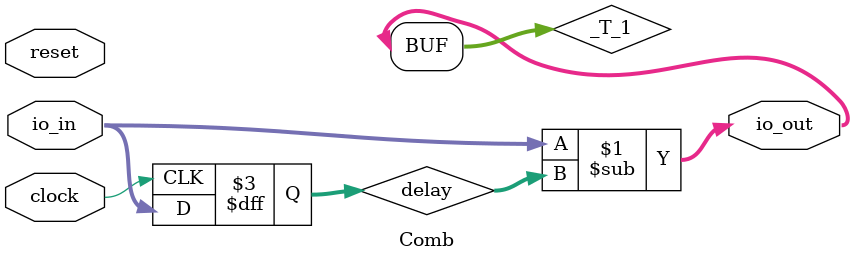
<source format=v>
module Comb(
  input         clock,
  input         reset,
  input  [11:0] io_in,
  output [11:0] io_out
);
  reg [11:0] delay; // @[Comb.scala 15:26]
  reg [31:0] _RAND_0;
  wire [11:0] _T_1; // @[Comb.scala 17:21]
  assign _T_1 = $signed(io_in) - $signed(delay); // @[Comb.scala 17:21]
  assign io_out = $signed(_T_1); // @[Comb.scala 17:12]
`ifdef RANDOMIZE_GARBAGE_ASSIGN
`define RANDOMIZE
`endif
`ifdef RANDOMIZE_INVALID_ASSIGN
`define RANDOMIZE
`endif
`ifdef RANDOMIZE_REG_INIT
`define RANDOMIZE
`endif
`ifdef RANDOMIZE_MEM_INIT
`define RANDOMIZE
`endif
`ifndef RANDOM
`define RANDOM $random
`endif
`ifdef RANDOMIZE_MEM_INIT
  integer initvar;
`endif
`ifndef SYNTHESIS
initial begin
  `ifdef RANDOMIZE
    `ifdef INIT_RANDOM
      `INIT_RANDOM
    `endif
    `ifndef VERILATOR
      `ifdef RANDOMIZE_DELAY
        #`RANDOMIZE_DELAY begin end
      `else
        #0.002 begin end
      `endif
    `endif
  `ifdef RANDOMIZE_REG_INIT
  _RAND_0 = {1{`RANDOM}};
  delay = _RAND_0[11:0];
  `endif // RANDOMIZE_REG_INIT
  `endif // RANDOMIZE
end // initial
`endif // SYNTHESIS
  always @(posedge clock) begin
    delay <= io_in;
  end
endmodule

</source>
